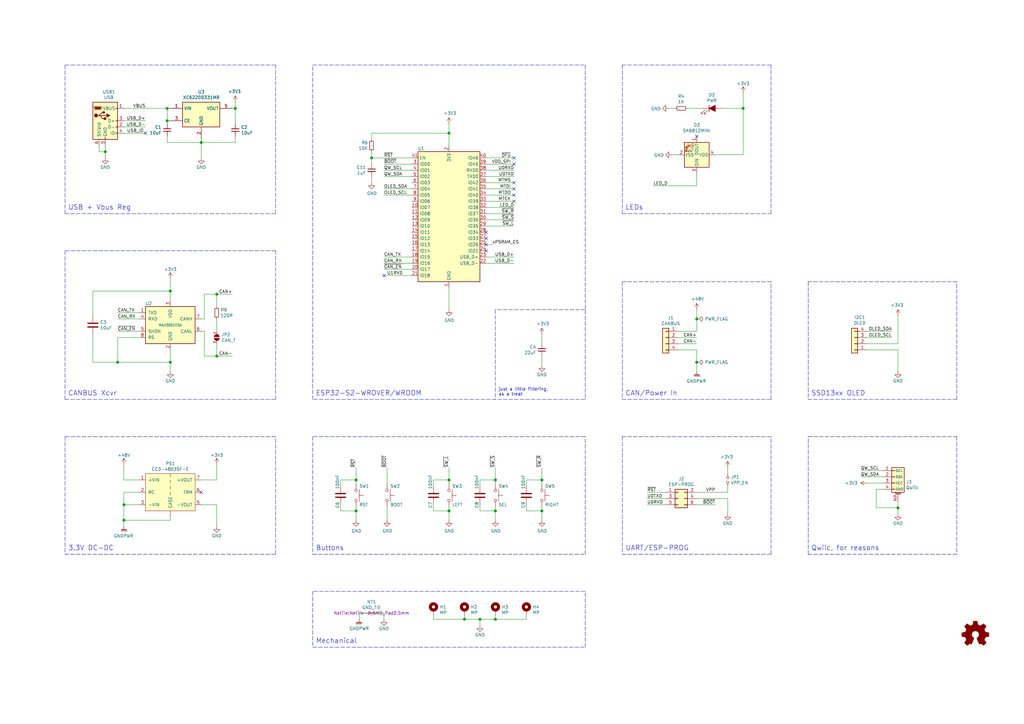
<source format=kicad_sch>
(kicad_sch (version 20211123) (generator eeschema)
  (paper "A3")
  (title_block (title "EltekController") (rev "1") (company "neg2led@github") (comment 1 "Designed for JLCPCB 1-2 Layer Service") (comment 2 "https://neg2led.github.io/esp32-cantroller"))
  (lib_symbols
    (symbol "1_My_Symbols:CC3-4803SF-E" (pin_names (offset 1.016))
      (property "Reference" "PS" (at 0 11.43 0))
      (property "Value" "CC3-4803SF-E" (at 0 8.89 0))
      (symbol "CC3-4803SF-E_1_1"
        (pin power_in line (at -12.7 5.08 0) (length 2.54) (name "+VIN") (number "1"))
        (pin input line (at -12.7 0 0) (length 2.54) (name "RC") (number "2"))
        (pin power_in line (at -12.7 -5.08 0) (length 2.54) (name "-VIN") (number "3"))
        (pin no_connect line (at -2.54 -5.08 270) (length 2.54) hide (name "NC") (number "4"))
        (pin power_out line (at 12.7 -5.08 180) (length 2.54) (name "-VOUT") (number "5"))
        (pin input line (at 12.7 0 180) (length 2.54) (name "TRM") (number "6"))
        (pin power_out line (at 12.7 5.08 180) (length 2.54) (name "+VOUT") (number "7"))
        (pin passive line (at 0 -10.16 90) (length 2.54) (name "CASE") (number "MP"))
      )
    )
    (symbol "1_My_Symbols:Conn_Qwiic_Horizontal" (pin_names (offset 1.524))
      (property "Reference" "J" (at 0 5.08 0))
      (property "Value" "Conn_Qwiic_Horizontal" (at 2.54 -7.62 0))
      (symbol "Conn_Qwiic_Horizontal_1_1"
        (text "Mounting" (at 1.27 -6.731 0) (effects (font (size 0.381 0.381))))
        (pin passive line (at -5.08 2.54 0) (length 3.81) (name "SCL") (number "1"))
        (pin passive line (at -5.08 0 0) (length 3.81) (name "SDA") (number "2"))
        (pin passive line (at -5.08 -2.54 0) (length 3.81) (name "VCC") (number "3"))
        (pin passive line (at -5.08 -5.08 0) (length 3.81) (name "GND") (number "4"))
        (pin passive line (at 1.27 -10.16 90) (length 3.048) (name "MountPin") (number "MP"))
      )
    )
    (symbol "1_My_Symbols:SolderJumper_2_Open_Small" (pin_names (offset 0) hide)
      (property "Reference" "JP" (at 0 2.032 0))
      (property "Value" "SolderJumper_2_Open_Small" (at 0 -2.54 0))
      (symbol "SolderJumper_2_Open_Small_1_1"
        (pin passive line (at -2.54 0 0) (length 1.27) (name "A") (number "1"))
        (pin passive line (at 2.54 0 180) (length 1.27) (name "B") (number "2"))
      )
    )
    (symbol "Connector:USB_B_Micro" (pin_names (offset 1.016))
      (property "Reference" "J" (at -5.08 11.43 0))
      (property "Value" "USB_B_Micro" (at -5.08 8.89 0))
      (symbol "USB_B_Micro_1_1"
        (pin power_out line (at 7.62 5.08 180) (length 2.54) (name "VBUS") (number "1"))
        (pin bidirectional line (at 7.62 -2.54 180) (length 2.54) (name "D-") (number "2"))
        (pin bidirectional line (at 7.62 0 180) (length 2.54) (name "D+") (number "3"))
        (pin passive line (at 7.62 -5.08 180) (length 2.54) (name "ID") (number "4"))
        (pin power_out line (at 0 -10.16 90) (length 2.54) (name "GND") (number "5"))
        (pin passive line (at -2.54 -10.16 90) (length 2.54) (name "Shield") (number "6"))
      )
    )
    (symbol "Connector_Generic:Conn_01x04" (pin_names (offset 1.016) hide)
      (property "Reference" "J" (at 0 5.08 0))
      (property "Value" "Conn_01x04" (at 0 -7.62 0))
      (symbol "Conn_01x04_1_1"
        (pin passive line (at -5.08 2.54 0) (length 3.81) (name "Pin_1") (number "1"))
        (pin passive line (at -5.08 0 0) (length 3.81) (name "Pin_2") (number "2"))
        (pin passive line (at -5.08 -2.54 0) (length 3.81) (name "Pin_3") (number "3"))
        (pin passive line (at -5.08 -5.08 0) (length 3.81) (name "Pin_4") (number "4"))
      )
    )
    (symbol "Connector_Generic:Conn_02x03_Odd_Even" (pin_names (offset 1.016) hide)
      (property "Reference" "J" (at 1.27 5.08 0))
      (property "Value" "Conn_02x03_Odd_Even" (at 1.27 -5.08 0))
      (symbol "Conn_02x03_Odd_Even_1_1"
        (pin passive line (at -5.08 2.54 0) (length 3.81) (name "Pin_1") (number "1"))
        (pin passive line (at 7.62 2.54 180) (length 3.81) (name "Pin_2") (number "2"))
        (pin passive line (at -5.08 0 0) (length 3.81) (name "Pin_3") (number "3"))
        (pin passive line (at 7.62 0 180) (length 3.81) (name "Pin_4") (number "4"))
        (pin passive line (at -5.08 -2.54 0) (length 3.81) (name "Pin_5") (number "5"))
        (pin passive line (at 7.62 -2.54 180) (length 3.81) (name "Pin_6") (number "6"))
      )
    )
    (symbol "Device:C" (pin_numbers hide) (pin_names (offset 0.254))
      (property "Reference" "C" (at 0.635 2.54 0))
      (property "Value" "C" (at 0.635 -2.54 0))
      (symbol "C_1_1"
        (pin passive line (at 0 3.81 270) (length 2.794) (name "~") (number "1"))
        (pin passive line (at 0 -3.81 90) (length 2.794) (name "~") (number "2"))
      )
    )
    (symbol "Device:C_Small" (pin_numbers hide) (pin_names (offset 0.254) hide)
      (property "Reference" "C" (at 0.254 1.778 0))
      (property "Value" "C_Small" (at 0.254 -2.032 0))
      (symbol "C_Small_1_1"
        (pin passive line (at 0 2.54 270) (length 2.032) (name "~") (number "1"))
        (pin passive line (at 0 -2.54 90) (length 2.032) (name "~") (number "2"))
      )
    )
    (symbol "Device:R_Small" (pin_numbers hide) (pin_names (offset 0.254) hide)
      (property "Reference" "R" (at 0.762 0.508 0))
      (property "Value" "R_Small" (at 0.762 -1.016 0))
      (symbol "R_Small_1_1"
        (pin passive line (at 0 2.54 270) (length 0.762) (name "~") (number "1"))
        (pin passive line (at 0 -2.54 90) (length 0.762) (name "~") (number "2"))
      )
    )
    (symbol "EltekController-rescue:Jumper_NO_Small-Device" (pin_numbers hide) (pin_names (offset 0.762) hide)
      (property "Reference" "JP" (at 0 2.032 0))
      (property "Value" "Jumper_NO_Small-Device" (at 0.254 -1.524 0))
      (symbol "Jumper_NO_Small-Device_0_1"
        (pin passive line (at -2.54 0 0) (length 1.016) (name "1") (number "1"))
        (pin passive line (at 2.54 0 180) (length 1.016) (name "2") (number "2"))
      )
    )
    (symbol "EltekController-rescue:LED_ALT-Device" (pin_numbers hide) (pin_names (offset 1.016) hide)
      (property "Reference" "D" (at 0 2.54 0))
      (property "Value" "LED_ALT-Device" (at 0 -2.54 0))
      (symbol "LED_ALT-Device_1_1"
        (pin passive line (at -3.81 0 0) (length 2.54) (name "K") (number "1"))
        (pin passive line (at 3.81 0 180) (length 2.54) (name "A") (number "2"))
      )
    )
    (symbol "EltekController-rescue:Net-Tie_2-Device" (pin_numbers hide) (pin_names (offset 0) hide)
      (property "Reference" "NT" (at 0 1.27 0))
      (property "Value" "Net-Tie_2-Device" (at 0 -1.27 0))
      (symbol "Net-Tie_2-Device_1_1"
        (pin passive line (at -2.54 0 0) (length 2.54) (name "1") (number "1"))
        (pin passive line (at 2.54 0 180) (length 2.54) (name "2") (number "2"))
      )
    )
    (symbol "EltekController-rescue:XC6220B331MR-Regulator_Linear"
      (property "Reference" "U" (at 0 8.89 0))
      (property "Value" "XC6220B331MR-Regulator_Linear" (at 0 6.35 0))
      (symbol "XC6220B331MR-Regulator_Linear_1_1"
        (pin power_in line (at -12.7 2.54 0) (length 5.08) (name "VIN") (number "1"))
        (pin power_in line (at 0 -10.16 90) (length 5.08) (name "GND") (number "2"))
        (pin input line (at -12.7 -2.54 0) (length 5.08) (name "CE") (number "3"))
        (pin no_connect line (at 7.62 -2.54 180) (length 5.08) hide (name "NC") (number "4"))
        (pin power_out line (at 12.7 2.54 180) (length 5.08) (name "VOUT") (number "5"))
      )
    )
    (symbol "Graphic:Logo_Open_Hardware_Small" (pin_names (offset 1.016)))
    (symbol "Interface_UART:MAX3051" (pin_names (offset 1.016))
      (property "Reference" "U" (at -10.16 8.89 0))
      (property "Value" "MAX3051" (at 2.54 8.89 0))
      (symbol "MAX3051_1_1"
        (pin input line (at -12.7 5.08 0) (length 2.54) (name "TXD") (number "1"))
        (pin power_in line (at 0 -10.16 90) (length 2.54) (name "GND") (number "2"))
        (pin power_in line (at 0 10.16 270) (length 2.54) (name "VDD") (number "3"))
        (pin output line (at -12.7 2.54 0) (length 2.54) (name "RXD") (number "4"))
        (pin input line (at -12.7 -2.54 0) (length 2.54) (name "SHDN") (number "5"))
        (pin bidirectional line (at 12.7 -2.54 180) (length 2.54) (name "CANL") (number "6"))
        (pin bidirectional line (at 12.7 2.54 180) (length 2.54) (name "CANH") (number "7"))
        (pin input line (at -12.7 -5.08 0) (length 2.54) (name "RS") (number "8"))
      )
    )
    (symbol "LED:SK6812MINI" (pin_names (offset 0.254))
      (property "Reference" "D" (at 5.08 5.715 0))
      (property "Value" "SK6812MINI" (at 1.27 -5.715 0))
      (symbol "SK6812MINI_0_0"
        (text "RGB" (at 2.286 -4.191 0) (effects (font (size 0.762 0.762))))
      )
      (symbol "SK6812MINI_1_1"
        (pin output line (at 7.62 0 180) (length 2.54) (name "DOUT") (number "1"))
        (pin power_in line (at 0 -7.62 90) (length 2.54) (name "VSS") (number "2"))
        (pin input line (at -7.62 0 0) (length 2.54) (name "DIN") (number "3"))
        (pin power_in line (at 0 7.62 270) (length 2.54) (name "VDD") (number "4"))
      )
    )
    (symbol "Mechanical:MountingHole_Pad" (pin_numbers hide) (pin_names (offset 1.016) hide)
      (property "Reference" "H" (at 0 6.35 0))
      (property "Value" "MountingHole_Pad" (at 0 4.445 0))
      (symbol "MountingHole_Pad_1_1"
        (pin input line (at 0 -2.54 90) (length 2.54) (name "1") (number "1"))
      )
    )
    (symbol "RF_Module:ESP32-S2-WROVER"
      (property "Reference" "U" (at -12.7 29.21 0))
      (property "Value" "ESP32-S2-WROVER" (at 2.54 29.21 0))
      (symbol "ESP32-S2-WROVER_1_1"
        (pin power_in line (at 0 -27.94 90) (length 2.54) (name "GND") (number "1"))
        (pin bidirectional line (at -15.24 5.08 0) (length 2.54) (name "IO07") (number "10"))
        (pin bidirectional line (at -15.24 2.54 0) (length 2.54) (name "IO08") (number "11"))
        (pin bidirectional line (at -15.24 0 0) (length 2.54) (name "IO09") (number "12"))
        (pin bidirectional line (at -15.24 -2.54 0) (length 2.54) (name "IO10") (number "13"))
        (pin bidirectional line (at -15.24 -5.08 0) (length 2.54) (name "IO11") (number "14"))
        (pin bidirectional line (at -15.24 -7.62 0) (length 2.54) (name "IO12") (number "15"))
        (pin bidirectional line (at -15.24 -10.16 0) (length 2.54) (name "IO13") (number "16"))
        (pin bidirectional line (at -15.24 -12.7 0) (length 2.54) (name "IO14") (number "17"))
        (pin bidirectional line (at -15.24 -15.24 0) (length 2.54) (name "IO15") (number "18"))
        (pin bidirectional line (at -15.24 -17.78 0) (length 2.54) (name "IO16") (number "19"))
        (pin power_in line (at 0 30.48 270) (length 2.54) (name "3V3") (number "2"))
        (pin bidirectional line (at -15.24 -20.32 0) (length 2.54) (name "IO17") (number "20"))
        (pin bidirectional line (at -15.24 -22.86 0) (length 2.54) (name "IO18") (number "21"))
        (pin bidirectional line (at 15.24 -17.78 180) (length 2.54) (name "USB_D-") (number "22"))
        (pin bidirectional line (at 15.24 -15.24 180) (length 2.54) (name "USB_D+") (number "23"))
        (pin bidirectional line (at 15.24 -12.7 180) (length 2.54) (name "IO21") (number "24"))
        (pin bidirectional line (at 15.24 -10.16 180) (length 2.54) (name "IO26") (number "25"))
        (pin passive line (at 0 -27.94 90) (length 2.54) hide (name "GND") (number "26"))
        (pin bidirectional line (at 15.24 -7.62 180) (length 2.54) (name "IO33") (number "27"))
        (pin bidirectional line (at 15.24 -5.08 180) (length 2.54) (name "IO34") (number "28"))
        (pin bidirectional line (at 15.24 -2.54 180) (length 2.54) (name "IO35") (number "29"))
        (pin bidirectional line (at -15.24 22.86 0) (length 2.54) (name "IO00") (number "3"))
        (pin bidirectional line (at 15.24 0 180) (length 2.54) (name "IO36") (number "30"))
        (pin bidirectional line (at 15.24 2.54 180) (length 2.54) (name "IO37") (number "31"))
        (pin bidirectional line (at 15.24 5.08 180) (length 2.54) (name "IO38") (number "32"))
        (pin bidirectional line (at 15.24 7.62 180) (length 2.54) (name "IO39") (number "33"))
        (pin bidirectional line (at 15.24 10.16 180) (length 2.54) (name "IO40") (number "34"))
        (pin bidirectional line (at 15.24 12.7 180) (length 2.54) (name "IO41") (number "35"))
        (pin bidirectional line (at 15.24 15.24 180) (length 2.54) (name "IO42") (number "36"))
        (pin bidirectional line (at 15.24 17.78 180) (length 2.54) (name "TXD0") (number "37"))
        (pin bidirectional line (at 15.24 20.32 180) (length 2.54) (name "RXD0") (number "38"))
        (pin bidirectional line (at 15.24 22.86 180) (length 2.54) (name "IO45") (number "39"))
        (pin bidirectional line (at -15.24 20.32 0) (length 2.54) (name "IO01") (number "4"))
        (pin input line (at 15.24 25.4 180) (length 2.54) (name "IO46") (number "40"))
        (pin input line (at -15.24 25.4 0) (length 2.54) (name "EN") (number "41"))
        (pin passive line (at 0 -27.94 90) (length 2.54) hide (name "GND") (number "42"))
        (pin passive line (at 0 -27.94 90) (length 2.54) hide (name "GND") (number "43"))
        (pin bidirectional line (at -15.24 17.78 0) (length 2.54) (name "IO02") (number "5"))
        (pin bidirectional line (at -15.24 15.24 0) (length 2.54) (name "IO03") (number "6"))
        (pin bidirectional line (at -15.24 12.7 0) (length 2.54) (name "IO04") (number "7"))
        (pin bidirectional line (at -15.24 10.16 0) (length 2.54) (name "IO05") (number "8"))
        (pin bidirectional line (at -15.24 7.62 0) (length 2.54) (name "IO06") (number "9"))
      )
    )
    (symbol "Switch:SW_Push" (pin_numbers hide) (pin_names (offset 1.016) hide)
      (property "Reference" "SW" (at 1.27 2.54 0))
      (property "Value" "SW_Push" (at 0 -1.524 0))
      (symbol "SW_Push_0_1"
        (pin passive line (at -5.08 0 0) (length 2.54) (name "1") (number "1"))
        (pin passive line (at 5.08 0 180) (length 2.54) (name "2") (number "2"))
      )
    )
    (symbol "power:+3V3" (power) (pin_names (offset 0))
      (property "Value" "+3V3" (at 0 3.556 0))
      (symbol "+3V3_1_1"
        (pin power_in line (at 0 0 90) (length 0) hide (name "+3V3") (number "1"))
      )
    )
    (symbol "power:+48V" (power) (pin_names (offset 0))
      (property "Value" "+48V" (at 0 3.556 0))
      (symbol "+48V_1_1"
        (pin power_in line (at 0 0 90) (length 0) hide (name "+48V") (number "1"))
      )
    )
    (symbol "power:GND" (power) (pin_names (offset 0))
      (property "Value" "GND" (at 0 -3.81 0))
      (symbol "GND_1_1"
        (pin power_in line (at 0 0 270) (length 0) hide (name "GND") (number "1"))
      )
    )
    (symbol "power:GNDPWR" (power) (pin_names (offset 0))
      (property "Value" "GNDPWR" (at 0 -3.302 0))
      (symbol "GNDPWR_1_1"
        (pin power_in line (at 0 0 270) (length 0) hide (name "GNDPWR") (number "1"))
      )
    )
    (symbol "power:PWR_FLAG" (power) (pin_numbers hide) (pin_names (offset 0) hide)
      (property "Value" "PWR_FLAG" (at 0 3.81 0))
      (symbol "PWR_FLAG_0_0"
        (pin power_out line (at 0 0 90) (length 0) (name "pwr") (number "1"))
      )
    )
  )
  (junction (at 203.2 209.55) (diameter 1.016))
  (junction (at 285.75 148.59) (diameter 1.016))
  (junction (at 88.9 146.05) (diameter 1.016))
  (junction (at 285.75 130.81) (diameter 1.016))
  (junction (at 68.58 49.53) (diameter 1.016))
  (junction (at 68.58 44.45) (diameter 1.016))
  (junction (at 152.4 64.77) (diameter 1.016))
  (junction (at 69.85 119.38) (diameter 1.016))
  (junction (at 222.25 209.55) (diameter 1.016))
  (junction (at 146.05 196.85) (diameter 1.016))
  (junction (at 96.52 44.45) (diameter 1.016))
  (junction (at 184.15 54.61) (diameter 1.016))
  (junction (at 184.15 209.55) (diameter 1.016))
  (junction (at 50.8 207.01) (diameter 1.016))
  (junction (at 368.3 208.28) (diameter 1.016))
  (junction (at 69.85 148.59) (diameter 1.016))
  (junction (at 184.15 196.85) (diameter 1.016))
  (junction (at 203.2 196.85) (diameter 1.016))
  (junction (at 222.25 196.85) (diameter 1.016))
  (junction (at 203.2 254) (diameter 1.016))
  (junction (at 190.5 254) (diameter 1.016))
  (junction (at 304.8 44.45) (diameter 1.016))
  (junction (at 43.18 62.23) (diameter 1.016))
  (junction (at 48.26 148.59) (diameter 1.016))
  (junction (at 146.05 209.55) (diameter 1.016))
  (junction (at 50.8 213.36) (diameter 1.016))
  (junction (at 82.55 58.42) (diameter 1.016))
  (junction (at 88.9 120.65) (diameter 1.016))
  (junction (at 196.85 254) (diameter 1.016))
  (no_connect (at 59.69 54.61))
  (no_connect (at 82.55 201.93))
  (no_connect (at 199.39 100.33))
  (no_connect (at 199.39 95.25))
  (no_connect (at 199.39 102.87))
  (no_connect (at 210.82 80.01))
  (no_connect (at 210.82 82.55))
  (no_connect (at 210.82 77.47))
  (no_connect (at 199.39 97.79))
  (no_connect (at 210.82 67.31))
  (no_connect (at 210.82 64.77))
  (no_connect (at 285.75 55.88))
  (no_connect (at 157.48 113.03))
  (no_connect (at 210.82 74.93))
  (wire (pts (xy 222.25 191.77) (xy 222.25 196.85)))
  (wire (pts (xy 177.8 209.55) (xy 177.8 207.01)))
  (wire (pts (xy 222.25 208.28) (xy 222.25 209.55)))
  (wire (pts (xy 278.13 63.5) (xy 275.59 63.5)))
  (wire (pts (xy 48.26 135.89) (xy 57.15 135.89)))
  (wire (pts (xy 361.95 195.58) (xy 353.06 195.58)))
  (polyline (pts (xy 240.03 163.83) (xy 128.27 163.83)) (stroke (width 0) (type dash)))
  (polyline (pts (xy 392.43 163.83) (xy 331.47 163.83)) (stroke (width 0) (type dash)))
  (wire (pts (xy 199.39 69.85) (xy 210.82 69.85)))
  (polyline (pts (xy 113.03 87.63) (xy 113.03 26.67)) (stroke (width 0) (type dash)))
  (wire (pts (xy 139.7 196.85) (xy 139.7 199.39)))
  (wire (pts (xy 50.8 201.93) (xy 50.8 207.01)))
  (wire (pts (xy 215.9 209.55) (xy 215.9 207.01)))
  (polyline (pts (xy 240.03 127) (xy 203.2 127)) (stroke (width 0) (type dash)))
  (wire (pts (xy 95.25 44.45) (xy 96.52 44.45)))
  (wire (pts (xy 368.3 129.54) (xy 368.3 140.97)))
  (wire (pts (xy 152.4 62.23) (xy 152.4 64.77)))
  (wire (pts (xy 50.8 196.85) (xy 57.15 196.85)))
  (polyline (pts (xy 240.03 265.43) (xy 240.03 242.57)) (stroke (width 0) (type dash)))
  (polyline (pts (xy 26.67 179.07) (xy 26.67 227.33)) (stroke (width 0) (type dash)))
  (wire (pts (xy 304.8 63.5) (xy 293.37 63.5)))
  (wire (pts (xy 68.58 55.88) (xy 68.58 58.42)))
  (wire (pts (xy 83.82 120.65) (xy 83.82 130.81)))
  (wire (pts (xy 50.8 52.07) (xy 59.69 52.07)))
  (polyline (pts (xy 26.67 26.67) (xy 26.67 87.63)) (stroke (width 0) (type dash)))
  (polyline (pts (xy 255.27 179.07) (xy 255.27 227.33)) (stroke (width 0) (type dash)))
  (polyline (pts (xy 392.43 227.33) (xy 331.47 227.33)) (stroke (width 0) (type dash)))
  (wire (pts (xy 355.6 143.51) (xy 368.3 143.51)))
  (wire (pts (xy 215.9 196.85) (xy 222.25 196.85)))
  (polyline (pts (xy 240.03 179.07) (xy 128.27 179.07)) (stroke (width 0) (type dash)))
  (polyline (pts (xy 392.43 179.07) (xy 392.43 227.33)) (stroke (width 0) (type dash)))
  (wire (pts (xy 38.1 148.59) (xy 48.26 148.59)))
  (polyline (pts (xy 255.27 26.67) (xy 255.27 87.63)) (stroke (width 0) (type dash)))
  (wire (pts (xy 69.85 143.51) (xy 69.85 148.59)))
  (polyline (pts (xy 316.23 115.57) (xy 255.27 115.57)) (stroke (width 0) (type dash)))
  (wire (pts (xy 157.48 110.49) (xy 168.91 110.49)))
  (wire (pts (xy 196.85 196.85) (xy 196.85 199.39)))
  (wire (pts (xy 88.9 120.65) (xy 95.25 120.65)))
  (wire (pts (xy 50.8 49.53) (xy 59.69 49.53)))
  (wire (pts (xy 157.48 67.31) (xy 168.91 67.31)))
  (wire (pts (xy 361.95 193.04) (xy 353.06 193.04)))
  (wire (pts (xy 96.52 41.91) (xy 96.52 44.45)))
  (wire (pts (xy 196.85 209.55) (xy 203.2 209.55)))
  (polyline (pts (xy 113.03 163.83) (xy 113.03 102.87)) (stroke (width 0) (type dash)))
  (polyline (pts (xy 255.27 87.63) (xy 316.23 87.63)) (stroke (width 0) (type dash)))
  (wire (pts (xy 184.15 196.85) (xy 177.8 196.85)))
  (polyline (pts (xy 392.43 163.83) (xy 392.43 115.57)) (stroke (width 0) (type dash)))
  (wire (pts (xy 48.26 148.59) (xy 69.85 148.59)))
  (wire (pts (xy 147.32 251.46) (xy 147.32 254)))
  (wire (pts (xy 304.8 38.1) (xy 304.8 44.45)))
  (wire (pts (xy 215.9 252.73) (xy 215.9 254)))
  (wire (pts (xy 298.45 204.47) (xy 298.45 210.82)))
  (wire (pts (xy 210.82 82.55) (xy 199.39 82.55)))
  (wire (pts (xy 276.86 44.45) (xy 274.32 44.45)))
  (wire (pts (xy 361.95 200.66) (xy 359.41 200.66)))
  (wire (pts (xy 210.82 74.93) (xy 199.39 74.93)))
  (wire (pts (xy 96.52 44.45) (xy 96.52 50.8)))
  (wire (pts (xy 168.91 113.03) (xy 157.48 113.03)))
  (wire (pts (xy 152.4 54.61) (xy 184.15 54.61)))
  (wire (pts (xy 196.85 254) (xy 203.2 254)))
  (wire (pts (xy 222.25 137.16) (xy 222.25 140.97)))
  (wire (pts (xy 184.15 208.28) (xy 184.15 209.55)))
  (polyline (pts (xy 240.03 26.67) (xy 240.03 163.83)) (stroke (width 0) (type dash)))
  (wire (pts (xy 285.75 207.01) (xy 293.37 207.01)))
  (wire (pts (xy 40.64 59.69) (xy 40.64 62.23)))
  (wire (pts (xy 157.48 254) (xy 157.48 251.46)))
  (wire (pts (xy 222.25 146.05) (xy 222.25 149.86)))
  (wire (pts (xy 50.8 54.61) (xy 59.69 54.61)))
  (polyline (pts (xy 26.67 102.87) (xy 26.67 163.83)) (stroke (width 0) (type dash)))
  (polyline (pts (xy 26.67 163.83) (xy 113.03 163.83)) (stroke (width 0) (type dash)))
  (wire (pts (xy 285.75 71.12) (xy 285.75 76.2)))
  (wire (pts (xy 88.9 146.05) (xy 95.25 146.05)))
  (polyline (pts (xy 240.03 227.33) (xy 240.03 179.07)) (stroke (width 0) (type dash)))
  (wire (pts (xy 69.85 119.38) (xy 69.85 123.19)))
  (wire (pts (xy 285.75 76.2) (xy 267.97 76.2)))
  (wire (pts (xy 199.39 72.39) (xy 210.82 72.39)))
  (wire (pts (xy 68.58 44.45) (xy 69.85 44.45)))
  (wire (pts (xy 88.9 135.89) (xy 88.9 130.81)))
  (wire (pts (xy 304.8 44.45) (xy 304.8 63.5)))
  (wire (pts (xy 203.2 254) (xy 215.9 254)))
  (wire (pts (xy 215.9 199.39) (xy 215.9 196.85)))
  (wire (pts (xy 265.43 201.93) (xy 273.05 201.93)))
  (wire (pts (xy 168.91 72.39) (xy 157.48 72.39)))
  (wire (pts (xy 184.15 118.11) (xy 184.15 127)))
  (wire (pts (xy 146.05 209.55) (xy 146.05 213.36)))
  (wire (pts (xy 149.86 251.46) (xy 147.32 251.46)))
  (wire (pts (xy 146.05 191.77) (xy 146.05 196.85)))
  (wire (pts (xy 68.58 44.45) (xy 68.58 49.53)))
  (polyline (pts (xy 128.27 179.07) (xy 128.27 227.33)) (stroke (width 0) (type dash)))
  (wire (pts (xy 199.39 64.77) (xy 210.82 64.77)))
  (wire (pts (xy 69.85 148.59) (xy 69.85 152.4)))
  (wire (pts (xy 88.9 207.01) (xy 88.9 215.9)))
  (wire (pts (xy 285.75 127) (xy 285.75 130.81)))
  (wire (pts (xy 298.45 191.77) (xy 298.45 194.31)))
  (polyline (pts (xy 316.23 227.33) (xy 255.27 227.33)) (stroke (width 0) (type dash)))
  (wire (pts (xy 184.15 191.77) (xy 184.15 196.85)))
  (wire (pts (xy 168.91 77.47) (xy 157.48 77.47)))
  (wire (pts (xy 146.05 208.28) (xy 146.05 209.55)))
  (wire (pts (xy 43.18 59.69) (xy 43.18 62.23)))
  (wire (pts (xy 68.58 58.42) (xy 82.55 58.42)))
  (wire (pts (xy 199.39 67.31) (xy 210.82 67.31)))
  (wire (pts (xy 184.15 54.61) (xy 184.15 59.69)))
  (wire (pts (xy 146.05 196.85) (xy 146.05 198.12)))
  (wire (pts (xy 38.1 119.38) (xy 69.85 119.38)))
  (wire (pts (xy 48.26 130.81) (xy 57.15 130.81)))
  (wire (pts (xy 177.8 196.85) (xy 177.8 199.39)))
  (wire (pts (xy 190.5 254) (xy 196.85 254)))
  (wire (pts (xy 278.13 138.43) (xy 285.75 138.43)))
  (wire (pts (xy 368.3 143.51) (xy 368.3 152.4)))
  (wire (pts (xy 139.7 207.01) (xy 139.7 209.55)))
  (wire (pts (xy 355.6 138.43) (xy 365.76 138.43)))
  (wire (pts (xy 278.13 140.97) (xy 285.75 140.97)))
  (wire (pts (xy 210.82 105.41) (xy 199.39 105.41)))
  (wire (pts (xy 157.48 107.95) (xy 168.91 107.95)))
  (wire (pts (xy 210.82 85.09) (xy 199.39 85.09)))
  (wire (pts (xy 68.58 49.53) (xy 68.58 50.8)))
  (polyline (pts (xy 316.23 163.83) (xy 316.23 115.57)) (stroke (width 0) (type dash)))
  (wire (pts (xy 139.7 196.85) (xy 146.05 196.85)))
  (wire (pts (xy 201.93 100.33) (xy 199.39 100.33)))
  (wire (pts (xy 88.9 190.5) (xy 88.9 196.85)))
  (wire (pts (xy 196.85 196.85) (xy 203.2 196.85)))
  (wire (pts (xy 152.4 57.15) (xy 152.4 54.61)))
  (wire (pts (xy 82.55 58.42) (xy 96.52 58.42)))
  (polyline (pts (xy 316.23 87.63) (xy 316.23 26.67)) (stroke (width 0) (type dash)))
  (wire (pts (xy 69.85 213.36) (xy 50.8 213.36)))
  (polyline (pts (xy 128.27 26.67) (xy 240.03 26.67)) (stroke (width 0) (type dash)))
  (wire (pts (xy 83.82 130.81) (xy 82.55 130.81)))
  (wire (pts (xy 265.43 204.47) (xy 273.05 204.47)))
  (wire (pts (xy 359.41 208.28) (xy 368.3 208.28)))
  (wire (pts (xy 168.91 69.85) (xy 157.48 69.85)))
  (wire (pts (xy 285.75 201.93) (xy 298.45 201.93)))
  (wire (pts (xy 359.41 200.66) (xy 359.41 208.28)))
  (wire (pts (xy 83.82 135.89) (xy 82.55 135.89)))
  (wire (pts (xy 368.3 208.28) (xy 368.3 210.82)))
  (wire (pts (xy 168.91 64.77) (xy 152.4 64.77)))
  (wire (pts (xy 368.3 208.28) (xy 368.3 205.74)))
  (wire (pts (xy 196.85 207.01) (xy 196.85 209.55)))
  (polyline (pts (xy 128.27 242.57) (xy 128.27 265.43)) (stroke (width 0) (type dash)))
  (wire (pts (xy 50.8 207.01) (xy 50.8 213.36)))
  (wire (pts (xy 285.75 143.51) (xy 285.75 148.59)))
  (wire (pts (xy 82.55 196.85) (xy 88.9 196.85)))
  (wire (pts (xy 82.55 58.42) (xy 82.55 64.77)))
  (wire (pts (xy 69.85 114.3) (xy 69.85 119.38)))
  (wire (pts (xy 158.75 191.77) (xy 158.75 198.12)))
  (wire (pts (xy 199.39 107.95) (xy 210.82 107.95)))
  (polyline (pts (xy 113.03 26.67) (xy 26.67 26.67)) (stroke (width 0) (type dash)))
  (polyline (pts (xy 331.47 179.07) (xy 392.43 179.07)) (stroke (width 0) (type dash)))
  (wire (pts (xy 83.82 135.89) (xy 83.82 146.05)))
  (wire (pts (xy 295.91 44.45) (xy 304.8 44.45)))
  (polyline (pts (xy 240.03 242.57) (xy 128.27 242.57)) (stroke (width 0) (type dash)))
  (polyline (pts (xy 113.03 102.87) (xy 26.67 102.87)) (stroke (width 0) (type dash)))
  (wire (pts (xy 285.75 204.47) (xy 298.45 204.47)))
  (wire (pts (xy 158.75 208.28) (xy 158.75 213.36)))
  (polyline (pts (xy 316.23 26.67) (xy 255.27 26.67)) (stroke (width 0) (type dash)))
  (wire (pts (xy 177.8 252.73) (xy 177.8 254)))
  (wire (pts (xy 157.48 80.01) (xy 168.91 80.01)))
  (polyline (pts (xy 113.03 179.07) (xy 26.67 179.07)) (stroke (width 0) (type dash)))
  (polyline (pts (xy 392.43 115.57) (xy 331.47 115.57)) (stroke (width 0) (type dash)))
  (wire (pts (xy 278.13 135.89) (xy 285.75 135.89)))
  (polyline (pts (xy 26.67 87.63) (xy 113.03 87.63)) (stroke (width 0) (type dash)))
  (wire (pts (xy 285.75 130.81) (xy 285.75 135.89)))
  (wire (pts (xy 184.15 209.55) (xy 177.8 209.55)))
  (wire (pts (xy 157.48 251.46) (xy 154.94 251.46)))
  (polyline (pts (xy 128.27 227.33) (xy 240.03 227.33)) (stroke (width 0) (type dash)))
  (wire (pts (xy 190.5 252.73) (xy 190.5 254)))
  (wire (pts (xy 177.8 254) (xy 190.5 254)))
  (wire (pts (xy 203.2 196.85) (xy 203.2 198.12)))
  (polyline (pts (xy 128.27 163.83) (xy 128.27 26.67)) (stroke (width 0) (type dash)))
  (wire (pts (xy 88.9 125.73) (xy 88.9 120.65)))
  (wire (pts (xy 43.18 62.23) (xy 43.18 64.77)))
  (wire (pts (xy 203.2 191.77) (xy 203.2 196.85)))
  (wire (pts (xy 50.8 44.45) (xy 68.58 44.45)))
  (wire (pts (xy 57.15 207.01) (xy 50.8 207.01)))
  (wire (pts (xy 38.1 119.38) (xy 38.1 129.54)))
  (wire (pts (xy 83.82 146.05) (xy 88.9 146.05)))
  (polyline (pts (xy 331.47 115.57) (xy 331.47 163.83)) (stroke (width 0) (type dash)))
  (wire (pts (xy 83.82 120.65) (xy 88.9 120.65)))
  (wire (pts (xy 40.64 62.23) (xy 43.18 62.23)))
  (polyline (pts (xy 26.67 227.33) (xy 113.03 227.33)) (stroke (width 0) (type dash)))
  (wire (pts (xy 50.8 190.5) (xy 50.8 196.85)))
  (wire (pts (xy 38.1 137.16) (xy 38.1 148.59)))
  (wire (pts (xy 184.15 50.8) (xy 184.15 54.61)))
  (wire (pts (xy 210.82 77.47) (xy 199.39 77.47)))
  (polyline (pts (xy 255.27 115.57) (xy 255.27 163.83)) (stroke (width 0) (type dash)))
  (polyline (pts (xy 331.47 227.33) (xy 331.47 179.07)) (stroke (width 0) (type dash)))
  (polyline (pts (xy 203.2 127) (xy 203.2 163.83)) (stroke (width 0) (type dash)))
  (polyline (pts (xy 316.23 179.07) (xy 255.27 179.07)) (stroke (width 0) (type dash)))
  (wire (pts (xy 210.82 90.17) (xy 199.39 90.17)))
  (wire (pts (xy 355.6 140.97) (xy 368.3 140.97)))
  (wire (pts (xy 222.25 209.55) (xy 222.25 213.36)))
  (wire (pts (xy 210.82 92.71) (xy 199.39 92.71)))
  (wire (pts (xy 57.15 128.27) (xy 48.26 128.27)))
  (polyline (pts (xy 113.03 227.33) (xy 113.03 179.07)) (stroke (width 0) (type dash)))
  (wire (pts (xy 210.82 80.01) (xy 199.39 80.01)))
  (wire (pts (xy 50.8 213.36) (xy 50.8 215.9)))
  (wire (pts (xy 69.85 213.36) (xy 69.85 212.09)))
  (wire (pts (xy 57.15 201.93) (xy 50.8 201.93)))
  (wire (pts (xy 203.2 252.73) (xy 203.2 254)))
  (polyline (pts (xy 128.27 265.43) (xy 240.03 265.43)) (stroke (width 0) (type dash)))
  (wire (pts (xy 48.26 138.43) (xy 48.26 148.59)))
  (wire (pts (xy 285.75 148.59) (xy 285.75 152.4)))
  (wire (pts (xy 152.4 64.77) (xy 152.4 67.31)))
  (wire (pts (xy 88.9 207.01) (xy 82.55 207.01)))
  (wire (pts (xy 361.95 198.12) (xy 355.6 198.12)))
  (wire (pts (xy 355.6 135.89) (xy 365.76 135.89)))
  (wire (pts (xy 96.52 55.88) (xy 96.52 58.42)))
  (wire (pts (xy 203.2 208.28) (xy 203.2 209.55)))
  (wire (pts (xy 88.9 146.05) (xy 88.9 140.97)))
  (wire (pts (xy 69.85 49.53) (xy 68.58 49.53)))
  (wire (pts (xy 57.15 138.43) (xy 48.26 138.43)))
  (polyline (pts (xy 316.23 163.83) (xy 255.27 163.83)) (stroke (width 0) (type dash)))
  (wire (pts (xy 184.15 196.85) (xy 184.15 198.12)))
  (wire (pts (xy 184.15 209.55) (xy 184.15 213.36)))
  (wire (pts (xy 82.55 57.15) (xy 82.55 58.42)))
  (wire (pts (xy 265.43 207.01) (xy 273.05 207.01)))
  (wire (pts (xy 278.13 143.51) (xy 285.75 143.51)))
  (wire (pts (xy 281.94 44.45) (xy 288.29 44.45)))
  (wire (pts (xy 203.2 209.55) (xy 203.2 213.36)))
  (wire (pts (xy 139.7 209.55) (xy 146.05 209.55)))
  (wire (pts (xy 298.45 199.39) (xy 298.45 201.93)))
  (polyline (pts (xy 316.23 227.33) (xy 316.23 179.07)) (stroke (width 0) (type dash)))
  (wire (pts (xy 152.4 72.39) (xy 152.4 74.93)))
  (wire (pts (xy 222.25 209.55) (xy 215.9 209.55)))
  (wire (pts (xy 196.85 254) (xy 196.85 256.54)))
  (wire (pts (xy 210.82 87.63) (xy 199.39 87.63)))
  (wire (pts (xy 222.25 196.85) (xy 222.25 198.12)))
  (wire (pts (xy 157.48 105.41) (xy 168.91 105.41)))
  (text "Qwiic, for reasons" (at 332.74 226.06 0) (effects (font (size 2.0066 2.0066)) (justify left bottom)))
  (text "UART/ESP-PROG" (at 256.54 226.06 0) (effects (font (size 2.0066 2.0066)) (justify left bottom)))
  (text "CAN/Power In" (at 256.54 162.56 0) (effects (font (size 2.0066 2.0066)) (justify left bottom)))
  (text "3.3V DC-DC" (at 27.94 226.06 0) (effects (font (size 2.0066 2.0066)) (justify left bottom)))
  (text "Buttons" (at 129.54 226.06 0) (effects (font (size 2.0066 2.0066)) (justify left bottom)))
  (text "SSD13xx OLED" (at 332.74 162.56 0) (effects (font (size 2.0066 2.0066)) (justify left bottom)))
  (text "ESP32-S2-WROVER/WROOM" (at 129.54 162.56 0) (effects (font (size 2.0066 2.0066)) (justify left bottom)))
  (text "Mechanical" (at 129.54 264.16 0) (effects (font (size 2.0066 2.0066)) (justify left bottom)))
  (text "just a little filtering,\nas a treat" (at 204.47 162.56 0) (effects (font (size 1.27 1.27)) (justify left bottom)))
  (text "CANBUS Xcvr" (at 27.94 162.56 0) (effects (font (size 2.0066 2.0066)) (justify left bottom)))
  (text "LEDs" (at 256.54 86.36 0) (effects (font (size 2.0066 2.0066)) (justify left bottom)))
  (text "USB + Vbus Reg" (at 27.94 86.36 0) (effects (font (size 2.0066 2.0066)) (justify left bottom)))
  (label "QW_SDA" (at 157.48 72.39 0))
  (label "~{BOOT}" (at 158.75 191.77 90))
  (label "QW_SCL" (at 157.48 69.85 0))
  (label "~{SW_R}" (at 222.25 191.77 90))
  (label "OLED_SDA" (at 365.76 135.89 180))
  (label "OLED_SDA" (at 157.48 77.47 0))
  (label "USB_D-" (at 210.82 107.95 180))
  (label "CAN_RX" (at 157.48 107.95 0))
  (label "~{SW_S}" (at 203.2 191.77 90))
  (label "CAN+" (at 95.25 120.65 180))
  (label "~{RST}" (at 157.48 64.77 0))
  (label "USB_D+" (at 59.69 49.53 180))
  (label "~{CAN_EN}" (at 48.26 135.89 0))
  (label "U0RXD" (at 210.82 69.85 180))
  (label "U1RX0" (at 158.75 113.03 0))
  (label "~{SW_R}" (at 210.82 87.63 180))
  (label "~{BOOT}" (at 293.37 207.01 180))
  (label "USB_D-" (at 59.69 52.07 180))
  (label "~{RST}" (at 146.05 191.77 90))
  (label "QW_SDA" (at 353.06 195.58 0))
  (label "xPSRAM_CS" (at 201.93 100.33 0))
  (label "U0TXD" (at 210.82 72.39 180))
  (label "VBUS" (at 59.69 44.45 180))
  (label "U0TXD" (at 265.43 204.47 0))
  (label "U0RXD" (at 265.43 207.01 0))
  (label "LED_D" (at 267.97 76.2 0))
  (label "~{SW_S}" (at 210.82 90.17 180))
  (label "CAN+" (at 285.75 138.43 180))
  (label "QW_SCL" (at 353.06 193.04 0))
  (label "OLED_SCL" (at 157.48 80.01 0))
  (label "MTDI" (at 209.55 77.47 180))
  (label "MTDO" (at 209.55 80.01 180))
  (label "CAN_TX" (at 157.48 105.41 0))
  (label "~{BOOT}" (at 157.48 67.31 0))
  (label "~{RST}" (at 265.43 201.93 0))
  (label "USB_D+" (at 210.82 105.41 180))
  (label "LED_D" (at 210.82 85.09 180))
  (label "~{SW_L}" (at 210.82 92.71 180))
  (label "~{SW_L}" (at 184.15 191.77 90))
  (label "CAN_RX" (at 48.26 130.81 0))
  (label "~{DFU}" (at 209.55 64.77 180))
  (label "MTMS" (at 209.55 74.93 180))
  (label "CAN-" (at 95.25 146.05 180))
  (label "OLED_SCL" (at 365.76 138.43 180))
  (label "VPP" (at 293.37 201.93 180))
  (label "~{CAN_EN}" (at 157.48 110.49 0))
  (label "USB_ID" (at 52.07 54.61 0))
  (label "MTCK" (at 209.55 82.55 180))
  (label "CAN_TX" (at 48.26 128.27 0))
  (label "CAN-" (at 285.75 140.97 180))
  (label "VDD_SPI" (at 209.55 67.31 180))
  (symbol (lib_id "Connector_Generic:Conn_01x04") (at 273.05 138.43 0) (mirror y) (unit 1)
    (property "Reference" "J1" (at 275.1328 130.3782 0))
    (property "Value" "CANBUS" (at 275.1328 132.6896 0))
    (property "Footprint" "11-My-Edits:Molex_Nano-Fit_105313-xx04_1x04_P2.50mm_Horizontal_3D" (effects hide))
  )
  (symbol (lib_id "power:+48V") (at 285.75 127 0) (unit 1)
    (property "Reference" "#PWR011" (effects hide))
    (property "Value" "+48V" (at 286.131 122.6058 0))
  )
  (symbol (lib_id "Device:R_Small") (at 88.9 128.27 0) (unit 1)
    (property "Reference" "R9" (at 90.3986 127.1016 0) (effects (justify left)))
    (property "Value" "120R" (at 90.3986 129.413 0) (effects (justify left)))
    (property "Footprint" "Resistor_SMD:R_0805_2012Metric_Pad1.15x1.40mm_HandSolder" (effects hide))
    (property "LCSC" "C17437" (effects hide))
    (property "Manufacturer" "Uni-Royal" (effects hide))
    (property "MPN" "0805W8F1200T5E" (effects hide))
  )
  (symbol (lib_id "Switch:SW_Push") (at 146.05 203.2 270) (unit 1)
    (property "Reference" "SW1" (at 147.32 199.39 90) (effects (justify left)))
    (property "Value" "RST" (at 147.32 207.01 90) (effects (justify left)))
    (property "Footprint" "10-My-Footprints:KEY-SMD_4P-L4.2-W3.2-P2.20-LS5.1-TL" (effects hide))
    (property "LCSC" "C92589" (effects hide))
    (property "MPN" "K2-1808SN-A4SW-01" (effects hide))
    (property "Manufacturer" "Korean Hroparts Elec" (effects hide))
  )
  (symbol (lib_id "Switch:SW_Push") (at 158.75 203.2 270) (unit 1)
    (property "Reference" "SW2" (at 160.02 199.39 90) (effects (justify left)))
    (property "Value" "BOOT" (at 160.02 207.01 90) (effects (justify left)))
    (property "Footprint" "10-My-Footprints:KEY-SMD_4P-L4.2-W3.2-P2.20-LS5.1-TL" (effects hide))
    (property "LCSC" "C92589" (effects hide))
    (property "MPN" "K2-1808SN-A4SW-01" (effects hide))
    (property "Manufacturer" "Korean Hroparts Elec" (effects hide))
  )
  (symbol (lib_id "power:GND") (at 184.15 127 0) (unit 1)
    (property "Reference" "#PWR016" (effects hide))
    (property "Value" "GND" (at 184.277 131.3942 0))
  )
  (symbol (lib_id "power:+3V3") (at 184.15 50.8 0) (unit 1)
    (property "Reference" "#PWR06" (effects hide))
    (property "Value" "+3V3" (at 184.531 46.4058 0))
  )
  (symbol (lib_id "power:+3V3") (at 88.9 190.5 0) (unit 1)
    (property "Reference" "#PWR021" (effects hide))
    (property "Value" "+3V3" (at 88.9 186.69 0))
  )
  (symbol (lib_id "Device:R_Small") (at 152.4 59.69 0) (mirror x) (unit 1)
    (property "Reference" "R6" (at 150.9268 58.5216 0) (effects (justify right)))
    (property "Value" "10K" (at 150.9268 60.833 0) (effects (justify right)))
    (property "Footprint" "Resistor_SMD:R_0402_1005Metric" (effects hide))
    (property "LCSC" "C25744" (effects hide))
    (property "MPN" "0402WGF1002TCE" (effects hide))
    (property "Manufacturer" "Uni-Royal" (effects hide))
  )
  (symbol (lib_id "power:+3V3") (at 69.85 114.3 0) (unit 1)
    (property "Reference" "#PWR010" (effects hide))
    (property "Value" "+3V3" (at 69.85 110.49 0))
  )
  (symbol (lib_id "Interface_UART:MAX3051") (at 69.85 133.35 0) (unit 1)
    (property "Reference" "U2" (at 60.96 124.46 0))
    (property "Value" "MAX3051ESA" (at 69.85 133.35 0) (effects (font (size 0.9906 0.9906))))
    (property "Footprint" "Package_SO:SOIC-8_3.9x4.9mm_P1.27mm" (effects hide))
    (property "Datasheet" "http://datasheets.maximintegrated.com/en/ds/MAX3051.pdf" (effects hide))
    (property "LCSC" "C15648" (effects hide))
    (property "Manufacturer" "Maxim" (effects hide))
    (property "MPN" "MAX3051ESA+T" (effects hide))
    (property "JLCPCB_CORRECTION" "0;0;-90" (effects hide))
  )
  (symbol (lib_id "RF_Module:ESP32-S2-WROVER") (at 184.15 90.17 0) (unit 1)
    (property "Reference" "U1" (at 172.72 60.96 0))
    (property "Value" "ESP32-S2-WROVER" (effects hide))
    (property "Footprint" "10-My-Footprints:ESP32-S2-WROVER_and_WROOM(PCB,-I(IPEX))-Universal" (effects hide))
    (property "Datasheet" "https://www.espressif.com/sites/default/files/documentation/esp32-s2-wroom_esp32-s2-wroom-i_datasheet_en.pdf" (effects hide))
    (property "LCSC" "C701333" (effects hide))
    (property "MPN" "ESP32-S2-WROVER(4MB)" (effects hide))
    (property "Manufacturer" "Espressif" (effects hide))
  )
  (symbol (lib_id "Device:C") (at 38.1 133.35 180) (unit 1)
    (property "Reference" "C3" (at 41.021 132.1816 0) (effects (justify right)))
    (property "Value" "10uF" (at 41.021 134.493 0) (effects (justify right)))
    (property "Footprint" "Capacitor_SMD:C_0402_1005Metric" (effects hide))
    (property "LCSC" "C15525" (effects hide))
    (property "MPN" "CL05A106MQ5NUNC" (effects hide))
    (property "Manufacturer" "Samsung" (effects hide))
  )
  (symbol (lib_id "power:PWR_FLAG") (at 285.75 130.81 270) (unit 1)
    (property "Reference" "#FLG02" (effects hide))
    (property "Value" "PWR_FLAG" (at 289.0012 130.81 90) (effects (justify left)))
  )
  (symbol (lib_id "power:PWR_FLAG") (at 285.75 148.59 270) (unit 1)
    (property "Reference" "#FLG03" (effects hide))
    (property "Value" "PWR_FLAG" (at 289.0012 148.59 90) (effects (justify left)))
  )
  (symbol (lib_id "Connector_Generic:Conn_01x04") (at 350.52 140.97 180) (unit 1)
    (property "Reference" "I2C1" (at 352.6028 130.175 0))
    (property "Value" "OLED" (at 352.6028 132.4864 0))
    (property "Footprint" "10-My-Footprints:OLED_SSD1315_128x64_1.3_I2C_New_Silhouette_Big3D" (effects hide))
  )
  (symbol (lib_id "power:GND") (at 368.3 152.4 0) (unit 1)
    (property "Reference" "#PWR024" (effects hide))
    (property "Value" "GND" (at 368.3 156.21 0))
  )
  (symbol (lib_id "power:+48V") (at 50.8 190.5 0) (unit 1)
    (property "Reference" "#PWR020" (effects hide))
    (property "Value" "+48V" (at 50.8 186.69 0))
  )
  (symbol (lib_id "power:GNDPWR") (at 285.75 152.4 0) (mirror y) (unit 1)
    (property "Reference" "#PWR014" (effects hide))
    (property "Value" "GNDPWR" (at 285.623 156.3116 0))
  )
  (symbol (lib_id "Connector:USB_B_Micro") (at 43.18 49.53 0) (unit 1)
    (property "Reference" "USB1" (at 44.6278 37.6682 0))
    (property "Value" "USB" (at 44.6278 39.9796 0))
    (property "Footprint" "41-EasyEDA-Edits:MICRO-USB-SMD_U254-051T-4BH83-F1S_C397452" (effects hide))
    (property "LCSC" "C397452" (effects hide))
    (property "JLCPCB_CORRECTION" "0;0;0" (effects hide))
  )
  (symbol (lib_id "power:+3V3") (at 96.52 41.91 0) (mirror y) (unit 1)
    (property "Reference" "#PWR01" (effects hide))
    (property "Value" "+3V3" (at 96.139 37.5158 0))
  )
  (symbol (lib_id "LED:SK6812MINI") (at 285.75 63.5 270) (mirror x) (unit 1)
    (property "Reference" "D3" (at 285.75 51.2826 90))
    (property "Value" "SK6812MINI" (at 285.75 53.594 90))
    (property "Footprint" "10-My-Footprints:LED_SK6812MINI_PLCC4_3.5x3.5mm_P1.75mm_3D" (effects hide))
    (property "Datasheet" "https://cdn-shop.adafruit.com/product-files/2686/SK6812MINI_REV.01-1-2.pdf" (effects hide))
  )
  (symbol (lib_id "Graphic:Logo_Open_Hardware_Small") (at 400.05 260.35 0) (unit 1)
    (property "Reference" "LOGO1" (effects hide))
    (property "Value" "Logo_Open_Hardware_Small" (effects hide))
    (property "Footprint" "10-My-Footprints:neggle-logo-0.12" (effects hide))
  )
  (symbol (lib_id "Device:C_Small") (at 68.58 53.34 0) (mirror x) (unit 1)
    (property "Reference" "C1" (at 66.2686 52.1716 0) (effects (justify right)))
    (property "Value" "10uF" (at 66.2686 54.483 0) (effects (justify right)))
    (property "Footprint" "Capacitor_SMD:C_0402_1005Metric" (effects hide))
    (property "LCSC" "C15525" (effects hide))
    (property "MPN" "CL05A106MQ5NUNC" (effects hide))
    (property "Manufacturer" "Samsung" (effects hide))
  )
  (symbol (lib_id "Device:C_Small") (at 96.52 53.34 0) (mirror x) (unit 1)
    (property "Reference" "C2" (at 98.8568 52.1716 0) (effects (justify left)))
    (property "Value" "10uF" (at 98.8568 54.483 0) (effects (justify left)))
    (property "Footprint" "Capacitor_SMD:C_0402_1005Metric" (effects hide))
    (property "LCSC" "C15525" (effects hide))
    (property "MPN" "CL05A106MQ5NUNC" (effects hide))
    (property "Manufacturer" "Samsung" (effects hide))
  )
  (symbol (lib_id "power:GND") (at 275.59 63.5 270) (unit 1)
    (property "Reference" "#PWR027" (effects hide))
    (property "Value" "GND" (at 272.3388 63.627 90) (effects (justify right)))
  )
  (symbol (lib_id "power:GND") (at 82.55 64.77 0) (unit 1)
    (property "Reference" "#PWR03" (effects hide))
    (property "Value" "GND" (at 82.55 68.58 0))
  )
  (symbol (lib_id "EltekController-rescue:XC6220B331MR-Regulator_Linear") (at 82.55 46.99 0) (unit 1)
    (property "Reference" "U3" (at 82.55 37.6682 0))
    (property "Value" "XC6220B331MR" (at 82.55 39.9796 0))
    (property "Footprint" "Package_TO_SOT_SMD:SOT-23-5" (effects hide))
    (property "Datasheet" "https://www.torexsemi.com/file/xc6220/XC6220.pdf" (effects hide))
    (property "LCSC" "C86534" (effects hide))
    (property "JLCPCB_CORRECTION" "0;0;-180" (effects hide))
  )
  (symbol (lib_id "power:+3V3") (at 368.3 129.54 0) (mirror y) (unit 1)
    (property "Reference" "#PWR018" (effects hide))
    (property "Value" "+3V3" (at 367.919 125.1458 0))
  )
  (symbol (lib_id "power:GND") (at 69.85 152.4 0) (unit 1)
    (property "Reference" "#PWR015" (effects hide))
    (property "Value" "GND" (at 69.85 156.21 0))
  )
  (symbol (lib_id "power:GNDPWR") (at 147.32 254 0) (unit 1)
    (property "Reference" "#PWR029" (effects hide))
    (property "Value" "GNDPWR" (at 147.32 257.81 0))
  )
  (symbol (lib_id "power:GND") (at 157.48 254 0) (mirror y) (unit 1)
    (property "Reference" "#PWR030" (effects hide))
    (property "Value" "GND" (at 157.48 257.81 0))
  )
  (symbol (lib_id "power:GND") (at 43.18 64.77 0) (unit 1)
    (property "Reference" "#PWR08" (effects hide))
    (property "Value" "GND" (at 43.18 68.58 0))
  )
  (symbol (lib_id "Switch:SW_Push") (at 222.25 203.2 270) (unit 1)
    (property "Reference" "SW5" (at 223.52 199.39 90) (effects (justify left)))
    (property "Value" "RIGHT" (at 223.52 207.01 90) (effects (justify left)))
    (property "Footprint" "10-My-Footprints:KEY-SMD_4P-L4.2-W3.2-P2.20-LS5.1-TL" (effects hide))
    (property "LCSC" "C92589" (effects hide))
    (property "MPN" "K2-1808SN-A4SW-01" (effects hide))
    (property "Manufacturer" "Korean Hroparts Elec" (effects hide))
  )
  (symbol (lib_id "Switch:SW_Push") (at 184.15 203.2 270) (unit 1)
    (property "Reference" "SW3" (at 185.42 199.39 90) (effects (justify left)))
    (property "Value" "LEFT" (at 185.42 207.01 90) (effects (justify left)))
    (property "Footprint" "10-My-Footprints:KEY-SMD_4P-L4.2-W3.2-P2.20-LS5.1-TL" (effects hide))
    (property "LCSC" "C92589" (effects hide))
    (property "MPN" "K2-1808SN-A4SW-01" (effects hide))
    (property "Manufacturer" "Korean Hroparts Elec" (effects hide))
  )
  (symbol (lib_id "Device:C") (at 177.8 203.2 0) (mirror x) (unit 1)
    (property "Reference" "C7" (at 176.53 205.74 90) (effects (justify left)))
    (property "Value" "100nF" (at 176.53 200.66 90) (effects (justify right)))
    (property "Footprint" "Capacitor_SMD:C_0402_1005Metric" (effects hide))
    (property "LCSC" "C1525" (effects hide))
    (property "MPN" "CL05B104KO5NNNC" (effects hide))
    (property "Manufacturer" "Samsung" (effects hide))
  )
  (symbol (lib_id "Device:C") (at 215.9 203.2 0) (mirror x) (unit 1)
    (property "Reference" "C9" (at 214.63 205.74 90) (effects (justify left)))
    (property "Value" "100nF" (at 214.63 200.66 90) (effects (justify right)))
    (property "Footprint" "Capacitor_SMD:C_0402_1005Metric" (effects hide))
    (property "LCSC" "C1525" (effects hide))
    (property "MPN" "CL05B104KO5NNNC" (effects hide))
    (property "Manufacturer" "Samsung" (effects hide))
  )
  (symbol (lib_id "power:GND") (at 184.15 213.36 0) (unit 1)
    (property "Reference" "#PWR0101" (effects hide))
    (property "Value" "GND" (at 184.277 217.7542 0))
  )
  (symbol (lib_id "power:GND") (at 222.25 213.36 0) (unit 1)
    (property "Reference" "#PWR0102" (effects hide))
    (property "Value" "GND" (at 222.377 217.7542 0))
  )
  (symbol (lib_id "Connector_Generic:Conn_02x03_Odd_Even") (at 278.13 204.47 0) (unit 1)
    (property "Reference" "J2" (at 279.4 196.4182 0))
    (property "Value" "ESP-PROG" (at 279.4 198.7296 0))
    (property "Footprint" "11-My-Edits:Gecko-G125_PlusTC2030_IDCBox_2x03_P1.25mm_Vertical_3D" (effects hide))
  )
  (symbol (lib_id "power:GND") (at 298.45 210.82 0) (unit 1)
    (property "Reference" "#PWR0106" (effects hide))
    (property "Value" "GND" (at 298.45 214.63 0))
  )
  (symbol (lib_id "power:+3V3") (at 298.45 191.77 0) (mirror y) (unit 1)
    (property "Reference" "#PWR0107" (effects hide))
    (property "Value" "+3V3" (at 298.069 187.3758 0))
  )
  (symbol (lib_id "1_My_Symbols:Conn_Qwiic_Horizontal") (at 367.03 195.58 0) (unit 1)
    (property "Reference" "J3" (at 371.602 197.6628 0) (effects (justify left)))
    (property "Value" "Qwiic" (at 371.602 199.9742 0) (effects (justify left)))
    (property "Footprint" "10-My-Footprints:JST_SH_SM04B-SRSS-TB_1x04-1MP_P1.00mm_Horizontal_3D" (effects hide))
  )
  (symbol (lib_id "power:+3V3") (at 355.6 198.12 90) (mirror x) (unit 1)
    (property "Reference" "#PWR0103" (effects hide))
    (property "Value" "+3V3" (at 351.79 198.12 90) (effects (justify left)))
  )
  (symbol (lib_id "power:GND") (at 368.3 210.82 0) (unit 1)
    (property "Reference" "#PWR0104" (effects hide))
    (property "Value" "GND" (at 368.3 214.63 0))
  )
  (symbol (lib_id "EltekController-rescue:Jumper_NO_Small-Device") (at 298.45 196.85 270) (unit 1)
    (property "Reference" "JP1" (at 299.6692 195.6816 90) (effects (justify left)))
    (property "Value" "VPP_EN" (at 299.6692 197.993 90) (effects (justify left)))
    (property "Footprint" "Jumper:SolderJumper-2_P1.3mm_Open_RoundedPad1.0x1.5mm" (effects hide))
  )
  (symbol (lib_id "1_My_Symbols:SolderJumper_2_Open_Small") (at 88.9 138.43 90) (mirror x) (unit 1)
    (property "Reference" "JP2" (at 90.8304 137.2616 90) (effects (justify right)))
    (property "Value" "CAN_T" (at 90.8304 139.573 90) (effects (justify right)))
    (property "Footprint" "Jumper:SolderJumper-2_P1.3mm_Open_RoundedPad1.0x1.5mm" (effects hide))
  )
  (symbol (lib_id "power:+3V3") (at 222.25 137.16 0) (unit 1)
    (property "Reference" "#PWR017" (effects hide))
    (property "Value" "+3V3" (at 222.631 132.7658 0))
  )
  (symbol (lib_id "Device:C_Small") (at 222.25 143.51 0) (mirror x) (unit 1)
    (property "Reference" "C4" (at 219.9386 142.3416 0) (effects (justify right)))
    (property "Value" "22uF" (at 219.9386 144.653 0) (effects (justify right)))
    (property "Footprint" "Capacitor_SMD:C_0603_1608Metric" (effects hide))
    (property "LCSC" "C59461" (effects hide))
    (property "MPN" "CL10A226MQ8NRNC" (effects hide))
    (property "Manufacturer" "Samsung" (effects hide))
  )
  (symbol (lib_id "power:GND") (at 222.25 149.86 0) (unit 1)
    (property "Reference" "#PWR019" (effects hide))
    (property "Value" "GND" (at 222.25 153.67 0))
  )
  (symbol (lib_id "power:GND") (at 158.75 213.36 0) (unit 1)
    (property "Reference" "#PWR022" (effects hide))
    (property "Value" "GND" (at 158.877 217.7542 0))
  )
  (symbol (lib_id "Device:C") (at 139.7 203.2 180) (unit 1)
    (property "Reference" "C6" (at 138.43 205.74 90) (effects (justify left)))
    (property "Value" "100nF" (at 138.43 200.66 90) (effects (justify right)))
    (property "Footprint" "Capacitor_SMD:C_0402_1005Metric" (effects hide))
    (property "LCSC" "C1525" (effects hide))
    (property "MPN" "CL05B104KO5NNNC" (effects hide))
    (property "Manufacturer" "Samsung" (effects hide))
  )
  (symbol (lib_id "power:GND") (at 88.9 215.9 0) (unit 1)
    (property "Reference" "#PWR026" (effects hide))
    (property "Value" "GND" (at 88.9 219.71 0))
  )
  (symbol (lib_id "Switch:SW_Push") (at 203.2 203.2 270) (unit 1)
    (property "Reference" "SW4" (at 204.47 199.39 90) (effects (justify left)))
    (property "Value" "SEL" (at 204.47 207.01 90) (effects (justify left)))
    (property "Footprint" "10-My-Footprints:KEY-SMD_4P-L4.2-W3.2-P2.20-LS5.1-TL" (effects hide))
    (property "LCSC" "C92589" (effects hide))
    (property "MPN" "K2-1808SN-A4SW-01" (effects hide))
    (property "Manufacturer" "Korean Hroparts Elec" (effects hide))
  )
  (symbol (lib_id "power:GND") (at 203.2 213.36 0) (unit 1)
    (property "Reference" "#PWR012" (effects hide))
    (property "Value" "GND" (at 203.327 217.7542 0))
  )
  (symbol (lib_id "Device:C") (at 196.85 203.2 180) (unit 1)
    (property "Reference" "C8" (at 195.58 205.74 90) (effects (justify left)))
    (property "Value" "100nF" (at 195.58 200.66 90) (effects (justify right)))
    (property "Footprint" "Capacitor_SMD:C_0402_1005Metric" (effects hide))
    (property "LCSC" "C1525" (effects hide))
    (property "MPN" "CL05B104KO5NNNC" (effects hide))
    (property "Manufacturer" "Samsung" (effects hide))
  )
  (symbol (lib_id "1_My_Symbols:CC3-4803SF-E") (at 69.85 201.93 0) (unit 1)
    (property "Reference" "PS1" (at 69.85 190.119 0))
    (property "Value" "CC3-4803SF-E" (at 69.85 192.4304 0))
    (property "Footprint" "10-My-Footprints:Converter_DCDC_TDK-Lambda_CC3-xxxxxF-E" (effects hide))
  )
  (symbol (lib_id "power:GNDPWR") (at 50.8 215.9 0) (mirror y) (unit 1)
    (property "Reference" "#PWR025" (effects hide))
    (property "Value" "GNDPWR" (at 50.673 219.8116 0))
  )
  (symbol (lib_id "power:GND") (at 274.32 44.45 270) (unit 1)
    (property "Reference" "#PWR04" (effects hide))
    (property "Value" "GND" (at 271.0688 44.577 90) (effects (justify right)))
  )
  (symbol (lib_id "Mechanical:MountingHole_Pad") (at 215.9 250.19 0) (unit 1)
    (property "Reference" "H4" (at 218.44 248.9454 0) (effects (justify left)))
    (property "Value" "MP" (at 218.44 251.2568 0) (effects (justify left)))
    (property "Footprint" "MountingHole:MountingHole_2.7mm_M2.5_ISO7380_Pad_TopBottom" (effects hide))
  )
  (symbol (lib_id "Mechanical:MountingHole_Pad") (at 203.2 250.19 0) (unit 1)
    (property "Reference" "H3" (at 205.74 248.9454 0) (effects (justify left)))
    (property "Value" "MP" (at 205.74 251.2568 0) (effects (justify left)))
    (property "Footprint" "MountingHole:MountingHole_2.7mm_M2.5_ISO7380_Pad_TopBottom" (effects hide))
  )
  (symbol (lib_id "Mechanical:MountingHole_Pad") (at 190.5 250.19 0) (unit 1)
    (property "Reference" "H2" (at 193.04 248.9454 0) (effects (justify left)))
    (property "Value" "MP" (at 193.04 251.2568 0) (effects (justify left)))
    (property "Footprint" "MountingHole:MountingHole_2.7mm_M2.5_ISO7380_Pad_TopBottom" (effects hide))
  )
  (symbol (lib_id "Mechanical:MountingHole_Pad") (at 177.8 250.19 0) (unit 1)
    (property "Reference" "H1" (at 180.34 248.9454 0) (effects (justify left)))
    (property "Value" "MP" (at 180.34 251.2568 0) (effects (justify left)))
    (property "Footprint" "MountingHole:MountingHole_2.7mm_M2.5_ISO7380_Pad_TopBottom" (effects hide))
  )
  (symbol (lib_id "power:GND") (at 196.85 256.54 0) (mirror y) (unit 1)
    (property "Reference" "#PWR028" (effects hide))
    (property "Value" "GND" (at 196.85 260.35 0))
  )
  (symbol (lib_id "EltekController-rescue:LED_ALT-Device") (at 292.1 44.45 0) (unit 1)
    (property "Reference" "D2" (at 291.9222 38.9382 0))
    (property "Value" "PWR" (at 291.9222 41.2496 0))
    (property "Footprint" "10-My-Footprints:LED_0603_1608Metric_SnapModel" (effects hide))
    (property "LCSC" "C72043" (effects hide))
    (property "Color" "Green" (effects hide))
    (property "MPN" "19-217/GHC-YR1S2/3T" (effects hide))
    (property "Manufacturer" "Everlight Elec" (effects hide))
  )
  (symbol (lib_id "Device:C_Small") (at 152.4 69.85 0) (mirror y) (unit 1)
    (property "Reference" "C11" (at 150.0886 68.6816 0) (effects (justify left)))
    (property "Value" "1uF" (at 150.0886 70.993 0) (effects (justify left)))
    (property "Footprint" "Capacitor_SMD:C_0402_1005Metric" (effects hide))
    (property "LCSC" "C52923" (effects hide))
    (property "MPN" "CL05A105KA5NQNC" (effects hide))
    (property "Manufacturer" "Samsung" (effects hide))
  )
  (symbol (lib_id "power:GND") (at 152.4 74.93 0) (unit 1)
    (property "Reference" "#PWR09" (effects hide))
    (property "Value" "GND" (at 152.527 79.3242 0))
  )
  (symbol (lib_id "power:GND") (at 146.05 213.36 0) (unit 1)
    (property "Reference" "#PWR023" (effects hide))
    (property "Value" "GND" (at 146.177 217.7542 0))
  )
  (symbol (lib_id "power:+3V3") (at 304.8 38.1 0) (unit 1)
    (property "Reference" "#PWR02" (effects hide))
    (property "Value" "+3V3" (at 304.8 34.29 0))
  )
  (symbol (lib_id "Device:R_Small") (at 279.4 44.45 90) (unit 1)
    (property "Reference" "R4" (at 279.4 39.4716 90))
    (property "Value" "1K" (at 279.4 41.783 90))
    (property "Footprint" "Resistor_SMD:R_0402_1005Metric" (effects hide))
    (property "LCSC" "C11702" (effects hide))
    (property "MPN" "0402WGF1001TCE" (effects hide))
    (property "Manufacturer" "Uni-Royal" (effects hide))
  )
  (symbol (lib_id "EltekController-rescue:Net-Tie_2-Device") (at 152.4 251.46 0) (unit 1)
    (property "Reference" "NT1" (at 152.4 246.8626 0))
    (property "Value" "GND_TIE" (at 152.4 249.174 0))
    (property "Footprint" "NetTie:NetTie-2_SMD_Pad0.5mm" (at 152.4 251.46 0))
  )
)
</source>
